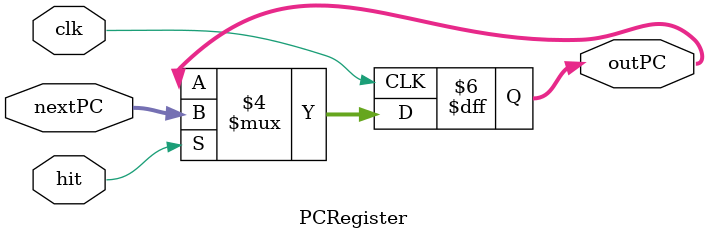
<source format=v>
`timescale 1ns / 1ps
module PCRegister #(localparam SIZE = 32)(
	input clk, hit,
	input [SIZE-1:0] nextPC,
	output reg [SIZE-1:0] outPC = 0
    );
	 
	 always @(negedge clk)
	 begin
		if (hit)
			outPC = nextPC;
	 end

	

endmodule

</source>
